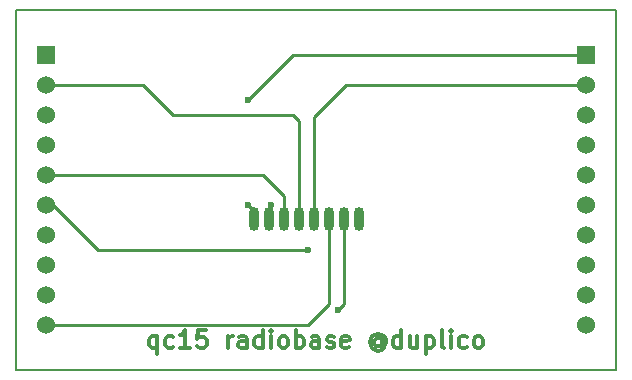
<source format=gbr>
%TF.GenerationSoftware,KiCad,Pcbnew,4.0.7*%
%TF.CreationDate,2018-06-19T02:06:56-05:00*%
%TF.ProjectId,rfm75boosterpack,72666D3735626F6F737465727061636B,rev?*%
%TF.FileFunction,Copper,L1,Top,Signal*%
%FSLAX46Y46*%
G04 Gerber Fmt 4.6, Leading zero omitted, Abs format (unit mm)*
G04 Created by KiCad (PCBNEW 4.0.7) date 06/19/18 02:06:56*
%MOMM*%
%LPD*%
G01*
G04 APERTURE LIST*
%ADD10C,0.150000*%
%ADD11C,0.300000*%
%ADD12R,1.524000X1.524000*%
%ADD13C,1.524000*%
%ADD14O,0.900000X2.000000*%
%ADD15C,0.600000*%
%ADD16C,0.250000*%
G04 APERTURE END LIST*
D10*
D11*
X123731429Y-108898571D02*
X123731429Y-110398571D01*
X123731429Y-109827143D02*
X123588572Y-109898571D01*
X123302858Y-109898571D01*
X123160000Y-109827143D01*
X123088572Y-109755714D01*
X123017143Y-109612857D01*
X123017143Y-109184286D01*
X123088572Y-109041429D01*
X123160000Y-108970000D01*
X123302858Y-108898571D01*
X123588572Y-108898571D01*
X123731429Y-108970000D01*
X125088572Y-109827143D02*
X124945715Y-109898571D01*
X124660001Y-109898571D01*
X124517143Y-109827143D01*
X124445715Y-109755714D01*
X124374286Y-109612857D01*
X124374286Y-109184286D01*
X124445715Y-109041429D01*
X124517143Y-108970000D01*
X124660001Y-108898571D01*
X124945715Y-108898571D01*
X125088572Y-108970000D01*
X126517143Y-109898571D02*
X125660000Y-109898571D01*
X126088572Y-109898571D02*
X126088572Y-108398571D01*
X125945715Y-108612857D01*
X125802857Y-108755714D01*
X125660000Y-108827143D01*
X127874286Y-108398571D02*
X127160000Y-108398571D01*
X127088571Y-109112857D01*
X127160000Y-109041429D01*
X127302857Y-108970000D01*
X127660000Y-108970000D01*
X127802857Y-109041429D01*
X127874286Y-109112857D01*
X127945714Y-109255714D01*
X127945714Y-109612857D01*
X127874286Y-109755714D01*
X127802857Y-109827143D01*
X127660000Y-109898571D01*
X127302857Y-109898571D01*
X127160000Y-109827143D01*
X127088571Y-109755714D01*
X129731428Y-109898571D02*
X129731428Y-108898571D01*
X129731428Y-109184286D02*
X129802856Y-109041429D01*
X129874285Y-108970000D01*
X130017142Y-108898571D01*
X130159999Y-108898571D01*
X131302856Y-109898571D02*
X131302856Y-109112857D01*
X131231427Y-108970000D01*
X131088570Y-108898571D01*
X130802856Y-108898571D01*
X130659999Y-108970000D01*
X131302856Y-109827143D02*
X131159999Y-109898571D01*
X130802856Y-109898571D01*
X130659999Y-109827143D01*
X130588570Y-109684286D01*
X130588570Y-109541429D01*
X130659999Y-109398571D01*
X130802856Y-109327143D01*
X131159999Y-109327143D01*
X131302856Y-109255714D01*
X132659999Y-109898571D02*
X132659999Y-108398571D01*
X132659999Y-109827143D02*
X132517142Y-109898571D01*
X132231428Y-109898571D01*
X132088570Y-109827143D01*
X132017142Y-109755714D01*
X131945713Y-109612857D01*
X131945713Y-109184286D01*
X132017142Y-109041429D01*
X132088570Y-108970000D01*
X132231428Y-108898571D01*
X132517142Y-108898571D01*
X132659999Y-108970000D01*
X133374285Y-109898571D02*
X133374285Y-108898571D01*
X133374285Y-108398571D02*
X133302856Y-108470000D01*
X133374285Y-108541429D01*
X133445713Y-108470000D01*
X133374285Y-108398571D01*
X133374285Y-108541429D01*
X134302857Y-109898571D02*
X134159999Y-109827143D01*
X134088571Y-109755714D01*
X134017142Y-109612857D01*
X134017142Y-109184286D01*
X134088571Y-109041429D01*
X134159999Y-108970000D01*
X134302857Y-108898571D01*
X134517142Y-108898571D01*
X134659999Y-108970000D01*
X134731428Y-109041429D01*
X134802857Y-109184286D01*
X134802857Y-109612857D01*
X134731428Y-109755714D01*
X134659999Y-109827143D01*
X134517142Y-109898571D01*
X134302857Y-109898571D01*
X135445714Y-109898571D02*
X135445714Y-108398571D01*
X135445714Y-108970000D02*
X135588571Y-108898571D01*
X135874285Y-108898571D01*
X136017142Y-108970000D01*
X136088571Y-109041429D01*
X136160000Y-109184286D01*
X136160000Y-109612857D01*
X136088571Y-109755714D01*
X136017142Y-109827143D01*
X135874285Y-109898571D01*
X135588571Y-109898571D01*
X135445714Y-109827143D01*
X137445714Y-109898571D02*
X137445714Y-109112857D01*
X137374285Y-108970000D01*
X137231428Y-108898571D01*
X136945714Y-108898571D01*
X136802857Y-108970000D01*
X137445714Y-109827143D02*
X137302857Y-109898571D01*
X136945714Y-109898571D01*
X136802857Y-109827143D01*
X136731428Y-109684286D01*
X136731428Y-109541429D01*
X136802857Y-109398571D01*
X136945714Y-109327143D01*
X137302857Y-109327143D01*
X137445714Y-109255714D01*
X138088571Y-109827143D02*
X138231428Y-109898571D01*
X138517143Y-109898571D01*
X138660000Y-109827143D01*
X138731428Y-109684286D01*
X138731428Y-109612857D01*
X138660000Y-109470000D01*
X138517143Y-109398571D01*
X138302857Y-109398571D01*
X138160000Y-109327143D01*
X138088571Y-109184286D01*
X138088571Y-109112857D01*
X138160000Y-108970000D01*
X138302857Y-108898571D01*
X138517143Y-108898571D01*
X138660000Y-108970000D01*
X139945714Y-109827143D02*
X139802857Y-109898571D01*
X139517143Y-109898571D01*
X139374286Y-109827143D01*
X139302857Y-109684286D01*
X139302857Y-109112857D01*
X139374286Y-108970000D01*
X139517143Y-108898571D01*
X139802857Y-108898571D01*
X139945714Y-108970000D01*
X140017143Y-109112857D01*
X140017143Y-109255714D01*
X139302857Y-109398571D01*
X142731428Y-109184286D02*
X142660000Y-109112857D01*
X142517143Y-109041429D01*
X142374285Y-109041429D01*
X142231428Y-109112857D01*
X142160000Y-109184286D01*
X142088571Y-109327143D01*
X142088571Y-109470000D01*
X142160000Y-109612857D01*
X142231428Y-109684286D01*
X142374285Y-109755714D01*
X142517143Y-109755714D01*
X142660000Y-109684286D01*
X142731428Y-109612857D01*
X142731428Y-109041429D02*
X142731428Y-109612857D01*
X142802857Y-109684286D01*
X142874285Y-109684286D01*
X143017143Y-109612857D01*
X143088571Y-109470000D01*
X143088571Y-109112857D01*
X142945714Y-108898571D01*
X142731428Y-108755714D01*
X142445714Y-108684286D01*
X142160000Y-108755714D01*
X141945714Y-108898571D01*
X141802857Y-109112857D01*
X141731428Y-109398571D01*
X141802857Y-109684286D01*
X141945714Y-109898571D01*
X142160000Y-110041429D01*
X142445714Y-110112857D01*
X142731428Y-110041429D01*
X142945714Y-109898571D01*
X144374285Y-109898571D02*
X144374285Y-108398571D01*
X144374285Y-109827143D02*
X144231428Y-109898571D01*
X143945714Y-109898571D01*
X143802856Y-109827143D01*
X143731428Y-109755714D01*
X143659999Y-109612857D01*
X143659999Y-109184286D01*
X143731428Y-109041429D01*
X143802856Y-108970000D01*
X143945714Y-108898571D01*
X144231428Y-108898571D01*
X144374285Y-108970000D01*
X145731428Y-108898571D02*
X145731428Y-109898571D01*
X145088571Y-108898571D02*
X145088571Y-109684286D01*
X145159999Y-109827143D01*
X145302857Y-109898571D01*
X145517142Y-109898571D01*
X145659999Y-109827143D01*
X145731428Y-109755714D01*
X146445714Y-108898571D02*
X146445714Y-110398571D01*
X146445714Y-108970000D02*
X146588571Y-108898571D01*
X146874285Y-108898571D01*
X147017142Y-108970000D01*
X147088571Y-109041429D01*
X147160000Y-109184286D01*
X147160000Y-109612857D01*
X147088571Y-109755714D01*
X147017142Y-109827143D01*
X146874285Y-109898571D01*
X146588571Y-109898571D01*
X146445714Y-109827143D01*
X148017143Y-109898571D02*
X147874285Y-109827143D01*
X147802857Y-109684286D01*
X147802857Y-108398571D01*
X148588571Y-109898571D02*
X148588571Y-108898571D01*
X148588571Y-108398571D02*
X148517142Y-108470000D01*
X148588571Y-108541429D01*
X148659999Y-108470000D01*
X148588571Y-108398571D01*
X148588571Y-108541429D01*
X149945714Y-109827143D02*
X149802857Y-109898571D01*
X149517143Y-109898571D01*
X149374285Y-109827143D01*
X149302857Y-109755714D01*
X149231428Y-109612857D01*
X149231428Y-109184286D01*
X149302857Y-109041429D01*
X149374285Y-108970000D01*
X149517143Y-108898571D01*
X149802857Y-108898571D01*
X149945714Y-108970000D01*
X150802857Y-109898571D02*
X150659999Y-109827143D01*
X150588571Y-109755714D01*
X150517142Y-109612857D01*
X150517142Y-109184286D01*
X150588571Y-109041429D01*
X150659999Y-108970000D01*
X150802857Y-108898571D01*
X151017142Y-108898571D01*
X151159999Y-108970000D01*
X151231428Y-109041429D01*
X151302857Y-109184286D01*
X151302857Y-109612857D01*
X151231428Y-109755714D01*
X151159999Y-109827143D01*
X151017142Y-109898571D01*
X150802857Y-109898571D01*
D10*
X111760000Y-111760000D02*
X111760000Y-81280000D01*
X162560000Y-111760000D02*
X111760000Y-111760000D01*
X162560000Y-81280000D02*
X162560000Y-111760000D01*
X111760000Y-81280000D02*
X162560000Y-81280000D01*
D12*
X114300000Y-85090000D03*
D13*
X114300000Y-87630000D03*
X114300000Y-90170000D03*
X114300000Y-92710000D03*
X114300000Y-95250000D03*
X114300000Y-97790000D03*
X114300000Y-100330000D03*
X114300000Y-102870000D03*
X114300000Y-105410000D03*
X114300000Y-107950000D03*
X160020000Y-107950000D03*
X160020000Y-105410000D03*
X160020000Y-102870000D03*
X160020000Y-100330000D03*
X160020000Y-97790000D03*
X160020000Y-95250000D03*
X160020000Y-92710000D03*
X160020000Y-90170000D03*
X160020000Y-87630000D03*
D12*
X160020000Y-85090000D03*
D14*
X140815000Y-98960000D03*
X139545000Y-98960000D03*
X138275000Y-98960000D03*
X137005000Y-98960000D03*
X135735000Y-98960000D03*
X134465000Y-98960000D03*
X133195000Y-98960000D03*
X131925000Y-98960000D03*
D15*
X131445000Y-88900000D03*
X131445000Y-97790000D03*
X140815000Y-98960000D03*
X136525000Y-101600000D03*
X139065000Y-106680000D03*
X133350000Y-97790000D03*
D16*
X135255000Y-85090000D02*
X131445000Y-88900000D01*
X160020000Y-85090000D02*
X135255000Y-85090000D01*
X131925000Y-98270000D02*
X131925000Y-98960000D01*
X131445000Y-97790000D02*
X131925000Y-98270000D01*
X135735000Y-98960000D02*
X135735000Y-90650000D01*
X122555000Y-87630000D02*
X114300000Y-87630000D01*
X125095000Y-90170000D02*
X122555000Y-87630000D01*
X135255000Y-90170000D02*
X125095000Y-90170000D01*
X135735000Y-90650000D02*
X135255000Y-90170000D01*
X134465000Y-98960000D02*
X134465000Y-97000000D01*
X132715000Y-95250000D02*
X114300000Y-95250000D01*
X134465000Y-97000000D02*
X132715000Y-95250000D01*
X140815000Y-98580000D02*
X140815000Y-98960000D01*
X118745000Y-101600000D02*
X114935000Y-97790000D01*
X119380000Y-101600000D02*
X118745000Y-101600000D01*
X136525000Y-101600000D02*
X119380000Y-101600000D01*
X114935000Y-97790000D02*
X114300000Y-97790000D01*
X139545000Y-98960000D02*
X139545000Y-106200000D01*
X139545000Y-106200000D02*
X139065000Y-106680000D01*
X138275000Y-98960000D02*
X138275000Y-106200000D01*
X136525000Y-107950000D02*
X114300000Y-107950000D01*
X138275000Y-106200000D02*
X136525000Y-107950000D01*
X160020000Y-87630000D02*
X139700000Y-87630000D01*
X137005000Y-90325000D02*
X137005000Y-98960000D01*
X139700000Y-87630000D02*
X137005000Y-90325000D01*
X133350000Y-97790000D02*
X133195000Y-97945000D01*
X133195000Y-97945000D02*
X133195000Y-98960000D01*
M02*

</source>
